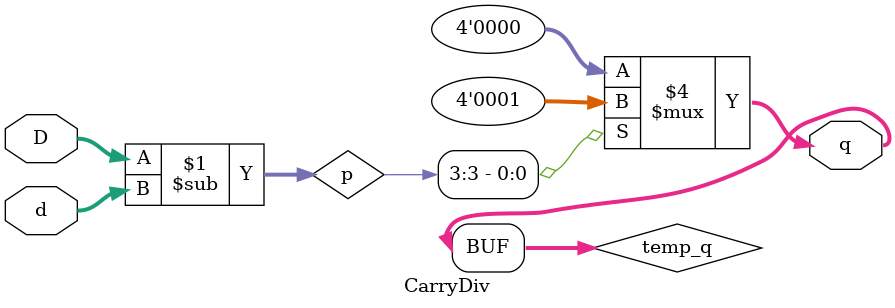
<source format=sv>
module CarryDiv(
    input [3:0] D, d,
    output [3:0] q
);
    wire [3:0] p = D - d;
    reg [3:0] temp_q;

    always @* begin
        if (p[3]) begin
            temp_q = 4'b0001;  // {3'b0, 1'b1}
        end else begin
            temp_q = 4'b0000;  // {3'b0, 1'b0} + 1
        end
    end

    assign q = temp_q;
endmodule
</source>
